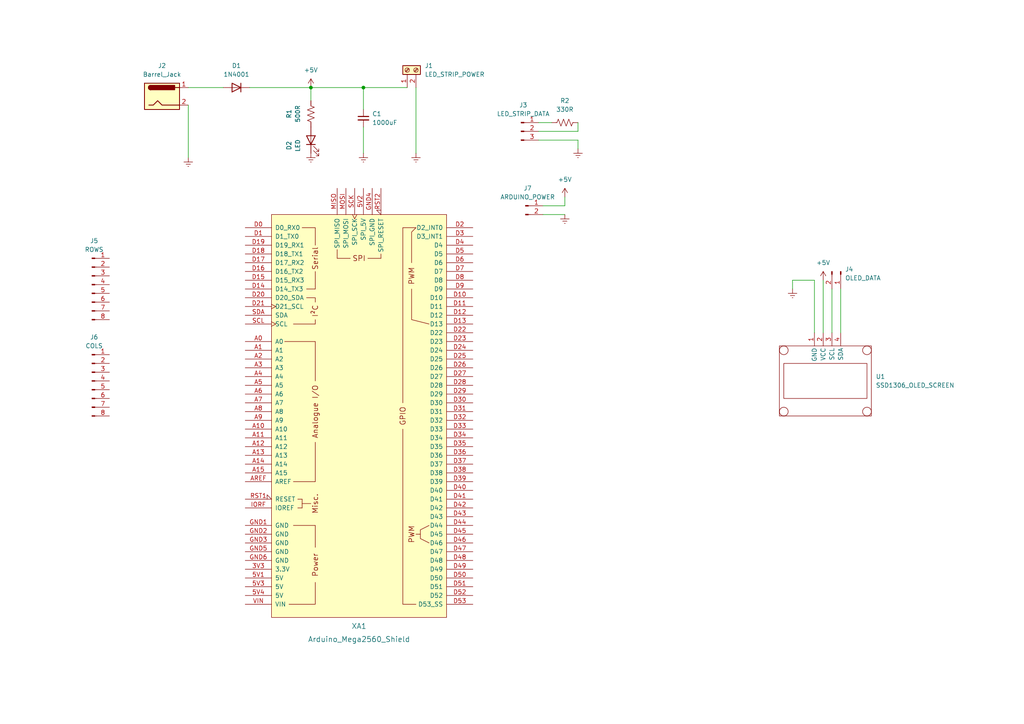
<source format=kicad_sch>
(kicad_sch (version 20211123) (generator eeschema)
  (paper "A4")
  (lib_symbols
    (symbol "Connector:Barrel_Jack" (pin_names (offset 1.016))
      (property "Reference" "J" (at 0 5.334 0))
      (property "Value" "Barrel_Jack" (at 0 -5.08 0))
      (symbol "Barrel_Jack_0_1"
        (rectangle (start -5.08 3.81) (end 5.08 -3.81) (stroke (width 0.254)) (fill (type background)))
        (arc (start -3.302 3.175) (mid -3.937 2.54) (end -3.302 1.905) (stroke (width 0.254)))
        (arc (start -3.302 3.175) (mid -3.937 2.54) (end -3.302 1.905) (stroke (width 0.254)) (fill (type outline)))
        (polyline (pts (xy 5.08 2.54) (xy 3.81 2.54)) (stroke (width 0.254)))
        (polyline (pts (xy -3.81 -2.54) (xy -2.54 -2.54) (xy -1.27 -1.27) (xy 0 -2.54) (xy 2.54 -2.54) (xy 5.08 -2.54)) (stroke (width 0.254)))
        (rectangle (start 3.683 3.175) (end -3.302 1.905) (stroke (width 0.254)) (fill (type outline)))
      )
      (symbol "Barrel_Jack_1_1"
        (pin passive line (at 7.62 2.54 180) (length 2.54) (name "~") (number "1"))
        (pin passive line (at 7.62 -2.54 180) (length 2.54) (name "~") (number "2"))
      )
    )
    (symbol "Connector:Conn_01x02_Male" (pin_names (offset 1.016) hide)
      (property "Reference" "J" (at 0 2.54 0))
      (property "Value" "Conn_01x02_Male" (at 0 -5.08 0))
      (symbol "Conn_01x02_Male_1_1"
        (polyline (pts (xy 1.27 -2.54) (xy 0.8636 -2.54)) (stroke (width 0.1524)))
        (polyline (pts (xy 1.27 0) (xy 0.8636 0)) (stroke (width 0.1524)))
        (rectangle (start 0.8636 -2.413) (end 0 -2.667) (stroke (width 0.1524)) (fill (type outline)))
        (rectangle (start 0.8636 0.127) (end 0 -0.127) (stroke (width 0.1524)) (fill (type outline)))
        (pin passive line (at 5.08 0 180) (length 3.81) (name "Pin_1") (number "1"))
        (pin passive line (at 5.08 -2.54 180) (length 3.81) (name "Pin_2") (number "2"))
      )
    )
    (symbol "Connector:Conn_01x03_Male" (pin_names (offset 1.016) hide)
      (property "Reference" "J" (at 0 5.08 0))
      (property "Value" "Conn_01x03_Male" (at 0 -5.08 0))
      (symbol "Conn_01x03_Male_1_1"
        (polyline (pts (xy 1.27 -2.54) (xy 0.8636 -2.54)) (stroke (width 0.1524)))
        (polyline (pts (xy 1.27 0) (xy 0.8636 0)) (stroke (width 0.1524)))
        (polyline (pts (xy 1.27 2.54) (xy 0.8636 2.54)) (stroke (width 0.1524)))
        (rectangle (start 0.8636 -2.413) (end 0 -2.667) (stroke (width 0.1524)) (fill (type outline)))
        (rectangle (start 0.8636 0.127) (end 0 -0.127) (stroke (width 0.1524)) (fill (type outline)))
        (rectangle (start 0.8636 2.667) (end 0 2.413) (stroke (width 0.1524)) (fill (type outline)))
        (pin passive line (at 5.08 2.54 180) (length 3.81) (name "Pin_1") (number "1"))
        (pin passive line (at 5.08 0 180) (length 3.81) (name "Pin_2") (number "2"))
        (pin passive line (at 5.08 -2.54 180) (length 3.81) (name "Pin_3") (number "3"))
      )
    )
    (symbol "Connector:Conn_01x08_Male" (pin_names (offset 1.016) hide)
      (property "Reference" "J" (at 0 10.16 0))
      (property "Value" "Conn_01x08_Male" (at 0 -12.7 0))
      (symbol "Conn_01x08_Male_1_1"
        (polyline (pts (xy 1.27 -10.16) (xy 0.8636 -10.16)) (stroke (width 0.1524)))
        (polyline (pts (xy 1.27 -7.62) (xy 0.8636 -7.62)) (stroke (width 0.1524)))
        (polyline (pts (xy 1.27 -5.08) (xy 0.8636 -5.08)) (stroke (width 0.1524)))
        (polyline (pts (xy 1.27 -2.54) (xy 0.8636 -2.54)) (stroke (width 0.1524)))
        (polyline (pts (xy 1.27 0) (xy 0.8636 0)) (stroke (width 0.1524)))
        (polyline (pts (xy 1.27 2.54) (xy 0.8636 2.54)) (stroke (width 0.1524)))
        (polyline (pts (xy 1.27 5.08) (xy 0.8636 5.08)) (stroke (width 0.1524)))
        (polyline (pts (xy 1.27 7.62) (xy 0.8636 7.62)) (stroke (width 0.1524)))
        (rectangle (start 0.8636 -10.033) (end 0 -10.287) (stroke (width 0.1524)) (fill (type outline)))
        (rectangle (start 0.8636 -7.493) (end 0 -7.747) (stroke (width 0.1524)) (fill (type outline)))
        (rectangle (start 0.8636 -4.953) (end 0 -5.207) (stroke (width 0.1524)) (fill (type outline)))
        (rectangle (start 0.8636 -2.413) (end 0 -2.667) (stroke (width 0.1524)) (fill (type outline)))
        (rectangle (start 0.8636 0.127) (end 0 -0.127) (stroke (width 0.1524)) (fill (type outline)))
        (rectangle (start 0.8636 2.667) (end 0 2.413) (stroke (width 0.1524)) (fill (type outline)))
        (rectangle (start 0.8636 5.207) (end 0 4.953) (stroke (width 0.1524)) (fill (type outline)))
        (rectangle (start 0.8636 7.747) (end 0 7.493) (stroke (width 0.1524)) (fill (type outline)))
        (pin passive line (at 5.08 7.62 180) (length 3.81) (name "Pin_1") (number "1"))
        (pin passive line (at 5.08 5.08 180) (length 3.81) (name "Pin_2") (number "2"))
        (pin passive line (at 5.08 2.54 180) (length 3.81) (name "Pin_3") (number "3"))
        (pin passive line (at 5.08 0 180) (length 3.81) (name "Pin_4") (number "4"))
        (pin passive line (at 5.08 -2.54 180) (length 3.81) (name "Pin_5") (number "5"))
        (pin passive line (at 5.08 -5.08 180) (length 3.81) (name "Pin_6") (number "6"))
        (pin passive line (at 5.08 -7.62 180) (length 3.81) (name "Pin_7") (number "7"))
        (pin passive line (at 5.08 -10.16 180) (length 3.81) (name "Pin_8") (number "8"))
      )
    )
    (symbol "Connector:Screw_Terminal_01x02" (pin_names (offset 1.016) hide)
      (property "Reference" "J" (at 0 2.54 0))
      (property "Value" "Screw_Terminal_01x02" (at 0 -5.08 0))
      (symbol "Screw_Terminal_01x02_1_1"
        (rectangle (start -1.27 1.27) (end 1.27 -3.81) (stroke (width 0.254)) (fill (type background)))
        (circle (center 0 -2.54) (radius 0.635) (stroke (width 0.1524)))
        (polyline (pts (xy -0.5334 -2.2098) (xy 0.3302 -3.048)) (stroke (width 0.1524)))
        (polyline (pts (xy -0.5334 0.3302) (xy 0.3302 -0.508)) (stroke (width 0.1524)))
        (polyline (pts (xy -0.3556 -2.032) (xy 0.508 -2.8702)) (stroke (width 0.1524)))
        (polyline (pts (xy -0.3556 0.508) (xy 0.508 -0.3302)) (stroke (width 0.1524)))
        (circle (center 0 0) (radius 0.635) (stroke (width 0.1524)))
        (pin passive line (at -5.08 0 0) (length 3.81) (name "Pin_1") (number "1"))
        (pin passive line (at -5.08 -2.54 0) (length 3.81) (name "Pin_2") (number "2"))
      )
    )
    (symbol "Device:C_Small" (pin_numbers hide) (pin_names (offset 0.254) hide)
      (property "Reference" "C" (at 0.254 1.778 0))
      (property "Value" "C_Small" (at 0.254 -2.032 0))
      (symbol "C_Small_0_1"
        (polyline (pts (xy -1.524 -0.508) (xy 1.524 -0.508)) (stroke (width 0.3302)))
        (polyline (pts (xy -1.524 0.508) (xy 1.524 0.508)) (stroke (width 0.3048)))
      )
      (symbol "C_Small_1_1"
        (pin passive line (at 0 2.54 270) (length 2.032) (name "~") (number "1"))
        (pin passive line (at 0 -2.54 90) (length 2.032) (name "~") (number "2"))
      )
    )
    (symbol "Device:LED" (pin_numbers hide) (pin_names (offset 1.016) hide)
      (property "Reference" "D" (at 0 2.54 0))
      (property "Value" "LED" (at 0 -2.54 0))
      (symbol "LED_0_1"
        (polyline (pts (xy -1.27 -1.27) (xy -1.27 1.27)) (stroke (width 0.254)))
        (polyline (pts (xy -1.27 0) (xy 1.27 0)))
        (polyline (pts (xy 1.27 -1.27) (xy 1.27 1.27) (xy -1.27 0) (xy 1.27 -1.27)) (stroke (width 0.254)))
        (polyline (pts (xy -3.048 -0.762) (xy -4.572 -2.286) (xy -3.81 -2.286) (xy -4.572 -2.286) (xy -4.572 -1.524)))
        (polyline (pts (xy -1.778 -0.762) (xy -3.302 -2.286) (xy -2.54 -2.286) (xy -3.302 -2.286) (xy -3.302 -1.524)))
      )
      (symbol "LED_1_1"
        (pin passive line (at -3.81 0 0) (length 2.54) (name "K") (number "1"))
        (pin passive line (at 3.81 0 180) (length 2.54) (name "A") (number "2"))
      )
    )
    (symbol "Device:R_US" (pin_numbers hide) (pin_names (offset 0))
      (property "Reference" "R" (at 2.54 0 90))
      (property "Value" "R_US" (at -2.54 0 90))
      (symbol "R_US_0_1"
        (polyline (pts (xy 0 -2.286) (xy 0 -2.54)))
        (polyline (pts (xy 0 2.286) (xy 0 2.54)))
        (polyline (pts (xy 0 -0.762) (xy 1.016 -1.143) (xy 0 -1.524) (xy -1.016 -1.905) (xy 0 -2.286)))
        (polyline (pts (xy 0 0.762) (xy 1.016 0.381) (xy 0 0) (xy -1.016 -0.381) (xy 0 -0.762)))
        (polyline (pts (xy 0 2.286) (xy 1.016 1.905) (xy 0 1.524) (xy -1.016 1.143) (xy 0 0.762)))
      )
      (symbol "R_US_1_1"
        (pin passive line (at 0 3.81 270) (length 1.27) (name "~") (number "1"))
        (pin passive line (at 0 -3.81 90) (length 1.27) (name "~") (number "2"))
      )
    )
    (symbol "Diode:1N4001" (pin_numbers hide) (pin_names (offset 1.016) hide)
      (property "Reference" "D" (at 0 2.54 0))
      (property "Value" "1N4001" (at 0 -2.54 0))
      (symbol "1N4001_0_1"
        (polyline (pts (xy -1.27 1.27) (xy -1.27 -1.27)) (stroke (width 0.254)))
        (polyline (pts (xy 1.27 0) (xy -1.27 0)))
        (polyline (pts (xy 1.27 1.27) (xy 1.27 -1.27) (xy -1.27 0) (xy 1.27 1.27)) (stroke (width 0.254)))
      )
      (symbol "1N4001_1_1"
        (pin passive line (at -3.81 0 0) (length 2.54) (name "K") (number "1"))
        (pin passive line (at 3.81 0 180) (length 2.54) (name "A") (number "2"))
      )
    )
    (symbol "arduino:Arduino_Mega2560_Shield" (pin_names (offset 1.016))
      (property "Reference" "XA" (at 2.54 0 90))
      (property "Value" "Arduino_Mega2560_Shield" (at -2.54 0 90))
      (symbol "Arduino_Mega2560_Shield_0_0"
        (rectangle (start -25.4 -58.42) (end 25.4 58.42) (fill (type background)))
        (rectangle (start -20.32 -54.61) (end -12.7 -54.61))
        (rectangle (start -19.05 -31.75) (end -12.7 -31.75))
        (rectangle (start -19.05 -19.05) (end -12.7 -19.05))
        (rectangle (start -19.05 26.67) (end -12.7 26.67))
        (rectangle (start -17.78 -26.67) (end -16.51 -26.67))
        (rectangle (start -17.78 -24.13) (end -16.51 -24.13))
        (rectangle (start -16.51 -25.4) (end -13.97 -25.4))
        (rectangle (start -16.51 -24.13) (end -16.51 -26.67))
        (rectangle (start -16.51 54.61) (end -12.7 54.61))
        (rectangle (start -15.24 34.29) (end -12.7 34.29))
        (rectangle (start -15.24 36.83) (end -12.7 36.83))
        (rectangle (start -12.7 -54.61) (end -12.7 -48.26))
        (rectangle (start -12.7 -31.75) (end -12.7 -38.1))
        (rectangle (start -12.7 26.67) (end -12.7 27.94))
        (rectangle (start -12.7 34.29) (end -12.7 33.02))
        (rectangle (start -12.7 41.91) (end -12.7 36.83))
        (rectangle (start -12.7 49.53) (end -12.7 54.61))
        (rectangle (start -6.35 48.26) (end -6.35 45.72))
        (rectangle (start -2.54 45.72) (end -6.35 45.72))
        (polyline (pts (xy -21.59 21.59) (xy -12.7 21.59)))
        (polyline (pts (xy -12.7 -19.05) (xy -12.7 -7.62)))
        (polyline (pts (xy -12.7 10.16) (xy -12.7 21.59)))
        (polyline (pts (xy 12.7 -54.61) (xy 16.51 -54.61)))
        (polyline (pts (xy 12.7 54.61) (xy 16.51 54.61)))
        (polyline (pts (xy 17.78 -34.29) (xy 16.51 -34.29)))
        (polyline (pts (xy 15.24 36.83) (xy 15.24 27.94) (xy 20.32 26.67)))
        (polyline (pts (xy 15.24 44.45) (xy 15.24 53.34) (xy 16.51 54.61)))
        (polyline (pts (xy 20.32 -31.75) (xy 17.78 -33.02) (xy 17.78 -35.56) (xy 20.32 -36.83)))
        (rectangle (start 6.35 45.72) (end 2.54 45.72))
        (rectangle (start 6.35 46.99) (end 6.35 45.72))
        (text "Analogue I/O" (at -12.7 1.27 900) (effects (font (size 1.524 1.524))))
        (text "I²C" (at -12.7 30.48 900) (effects (font (size 1.524 1.524))))
        (text "Misc." (at -12.7 -25.4 900) (effects (font (size 1.524 1.524))))
        (text "Power" (at -12.7 -43.18 900) (effects (font (size 1.524 1.524))))
        (text "PWM" (at 15.24 -34.29 900) (effects (font (size 1.524 1.524))))
        (text "PWM" (at 15.24 40.64 900) (effects (font (size 1.524 1.524))))
        (text "Serial" (at -12.7 45.72 900) (effects (font (size 1.524 1.524))))
        (text "SPI" (at 0 45.72 0) (effects (font (size 1.524 1.524))))
      )
      (symbol "Arduino_Mega2560_Shield_1_0"
        (rectangle (start 12.7 -54.61) (end 12.7 -3.81))
        (rectangle (start 12.7 54.61) (end 12.7 3.81))
        (text "GPIO" (at 12.7 0 900) (effects (font (size 1.524 1.524))))
      )
      (symbol "Arduino_Mega2560_Shield_1_1"
        (pin power_out line (at -33.02 -44.45 0) (length 7.62) (name "3.3V") (number "3V3"))
        (pin power_in line (at -33.02 -46.99 0) (length 7.62) (name "5V") (number "5V1"))
        (pin power_in line (at 1.27 66.04 270) (length 7.62) (name "SPI_5V") (number "5V2"))
        (pin power_in line (at -33.02 -49.53 0) (length 7.62) (name "5V") (number "5V3"))
        (pin power_in line (at -33.02 -52.07 0) (length 7.62) (name "5V") (number "5V4"))
        (pin bidirectional line (at -33.02 21.59 0) (length 7.62) (name "A0") (number "A0"))
        (pin bidirectional line (at -33.02 19.05 0) (length 7.62) (name "A1") (number "A1"))
        (pin bidirectional line (at -33.02 -3.81 0) (length 7.62) (name "A10") (number "A10"))
        (pin bidirectional line (at -33.02 -6.35 0) (length 7.62) (name "A11") (number "A11"))
        (pin bidirectional line (at -33.02 -8.89 0) (length 7.62) (name "A12") (number "A12"))
        (pin bidirectional line (at -33.02 -11.43 0) (length 7.62) (name "A13") (number "A13"))
        (pin bidirectional line (at -33.02 -13.97 0) (length 7.62) (name "A14") (number "A14"))
        (pin bidirectional line (at -33.02 -16.51 0) (length 7.62) (name "A15") (number "A15"))
        (pin bidirectional line (at -33.02 16.51 0) (length 7.62) (name "A2") (number "A2"))
        (pin bidirectional line (at -33.02 13.97 0) (length 7.62) (name "A3") (number "A3"))
        (pin bidirectional line (at -33.02 11.43 0) (length 7.62) (name "A4") (number "A4"))
        (pin bidirectional line (at -33.02 8.89 0) (length 7.62) (name "A5") (number "A5"))
        (pin bidirectional line (at -33.02 6.35 0) (length 7.62) (name "A6") (number "A6"))
        (pin bidirectional line (at -33.02 3.81 0) (length 7.62) (name "A7") (number "A7"))
        (pin bidirectional line (at -33.02 1.27 0) (length 7.62) (name "A8") (number "A8"))
        (pin bidirectional line (at -33.02 -1.27 0) (length 7.62) (name "A9") (number "A9"))
        (pin input line (at -33.02 -19.05 0) (length 7.62) (name "AREF") (number "AREF"))
        (pin bidirectional line (at -33.02 54.61 0) (length 7.62) (name "D0_RX0") (number "D0"))
        (pin bidirectional line (at -33.02 52.07 0) (length 7.62) (name "D1_TX0") (number "D1"))
        (pin bidirectional line (at 33.02 34.29 180) (length 7.62) (name "D10") (number "D10"))
        (pin bidirectional line (at 33.02 31.75 180) (length 7.62) (name "D11") (number "D11"))
        (pin bidirectional line (at 33.02 29.21 180) (length 7.62) (name "D12") (number "D12"))
        (pin bidirectional line (at 33.02 26.67 180) (length 7.62) (name "D13") (number "D13"))
        (pin bidirectional line (at -33.02 36.83 0) (length 7.62) (name "D14_TX3") (number "D14"))
        (pin bidirectional line (at -33.02 39.37 0) (length 7.62) (name "D15_RX3") (number "D15"))
        (pin bidirectional line (at -33.02 41.91 0) (length 7.62) (name "D16_TX2") (number "D16"))
        (pin bidirectional line (at -33.02 44.45 0) (length 7.62) (name "D17_RX2") (number "D17"))
        (pin bidirectional line (at -33.02 46.99 0) (length 7.62) (name "D18_TX1") (number "D18"))
        (pin bidirectional line (at -33.02 49.53 0) (length 7.62) (name "D19_RX1") (number "D19"))
        (pin bidirectional line (at 33.02 54.61 180) (length 7.62) (name "D2_INT0") (number "D2"))
        (pin bidirectional line (at -33.02 34.29 0) (length 7.62) (name "D20_SDA") (number "D20"))
        (pin bidirectional clock (at -33.02 31.75 0) (length 7.62) (name "D21_SCL") (number "D21"))
        (pin bidirectional line (at 33.02 24.13 180) (length 7.62) (name "D22") (number "D22"))
        (pin bidirectional line (at 33.02 21.59 180) (length 7.62) (name "D23") (number "D23"))
        (pin bidirectional line (at 33.02 19.05 180) (length 7.62) (name "D24") (number "D24"))
        (pin bidirectional line (at 33.02 16.51 180) (length 7.62) (name "D25") (number "D25"))
        (pin bidirectional line (at 33.02 13.97 180) (length 7.62) (name "D26") (number "D26"))
        (pin bidirectional line (at 33.02 11.43 180) (length 7.62) (name "D27") (number "D27"))
        (pin bidirectional line (at 33.02 8.89 180) (length 7.62) (name "D28") (number "D28"))
        (pin bidirectional line (at 33.02 6.35 180) (length 7.62) (name "D29") (number "D29"))
        (pin bidirectional line (at 33.02 52.07 180) (length 7.62) (name "D3_INT1") (number "D3"))
        (pin bidirectional line (at 33.02 3.81 180) (length 7.62) (name "D30") (number "D30"))
        (pin bidirectional line (at 33.02 1.27 180) (length 7.62) (name "D31") (number "D31"))
        (pin bidirectional line (at 33.02 -1.27 180) (length 7.62) (name "D32") (number "D32"))
        (pin bidirectional line (at 33.02 -3.81 180) (length 7.62) (name "D33") (number "D33"))
        (pin bidirectional line (at 33.02 -6.35 180) (length 7.62) (name "D34") (number "D34"))
        (pin bidirectional line (at 33.02 -8.89 180) (length 7.62) (name "D35") (number "D35"))
        (pin bidirectional line (at 33.02 -11.43 180) (length 7.62) (name "D36") (number "D36"))
        (pin bidirectional line (at 33.02 -13.97 180) (length 7.62) (name "D37") (number "D37"))
        (pin bidirectional line (at 33.02 -16.51 180) (length 7.62) (name "D38") (number "D38"))
        (pin bidirectional line (at 33.02 -19.05 180) (length 7.62) (name "D39") (number "D39"))
        (pin bidirectional line (at 33.02 49.53 180) (length 7.62) (name "D4") (number "D4"))
        (pin bidirectional line (at 33.02 -21.59 180) (length 7.62) (name "D40") (number "D40"))
        (pin bidirectional line (at 33.02 -24.13 180) (length 7.62) (name "D41") (number "D41"))
        (pin bidirectional line (at 33.02 -26.67 180) (length 7.62) (name "D42") (number "D42"))
        (pin bidirectional line (at 33.02 -29.21 180) (length 7.62) (name "D43") (number "D43"))
        (pin bidirectional line (at 33.02 -31.75 180) (length 7.62) (name "D44") (number "D44"))
        (pin bidirectional line (at 33.02 -34.29 180) (length 7.62) (name "D45") (number "D45"))
        (pin bidirectional line (at 33.02 -36.83 180) (length 7.62) (name "D46") (number "D46"))
        (pin bidirectional line (at 33.02 -39.37 180) (length 7.62) (name "D47") (number "D47"))
        (pin bidirectional line (at 33.02 -41.91 180) (length 7.62) (name "D48") (number "D48"))
        (pin bidirectional line (at 33.02 -44.45 180) (length 7.62) (name "D49") (number "D49"))
        (pin bidirectional line (at 33.02 46.99 180) (length 7.62) (name "D5") (number "D5"))
        (pin bidirectional line (at 33.02 -46.99 180) (length 7.62) (name "D50") (number "D50"))
        (pin bidirectional line (at 33.02 -49.53 180) (length 7.62) (name "D51") (number "D51"))
        (pin bidirectional line (at 33.02 -52.07 180) (length 7.62) (name "D52") (number "D52"))
        (pin bidirectional line (at 33.02 -54.61 180) (length 7.62) (name "D53_SS") (number "D53"))
        (pin bidirectional line (at 33.02 44.45 180) (length 7.62) (name "D6") (number "D6"))
        (pin bidirectional line (at 33.02 41.91 180) (length 7.62) (name "D7") (number "D7"))
        (pin bidirectional line (at 33.02 39.37 180) (length 7.62) (name "D8") (number "D8"))
        (pin bidirectional line (at 33.02 36.83 180) (length 7.62) (name "D9") (number "D9"))
        (pin power_in line (at -33.02 -31.75 0) (length 7.62) (name "GND") (number "GND1"))
        (pin power_in line (at -33.02 -34.29 0) (length 7.62) (name "GND") (number "GND2"))
        (pin power_in line (at -33.02 -36.83 0) (length 7.62) (name "GND") (number "GND3"))
        (pin power_in line (at 3.81 66.04 270) (length 7.62) (name "SPI_GND") (number "GND4"))
        (pin power_in line (at -33.02 -39.37 0) (length 7.62) (name "GND") (number "GND5"))
        (pin power_in line (at -33.02 -41.91 0) (length 7.62) (name "GND") (number "GND6"))
        (pin output line (at -33.02 -26.67 0) (length 7.62) (name "IOREF") (number "IORF"))
        (pin input line (at -6.35 66.04 270) (length 7.62) (name "SPI_MISO") (number "MISO"))
        (pin output line (at -3.81 66.04 270) (length 7.62) (name "SPI_MOSI") (number "MOSI"))
        (pin open_collector input_low (at -33.02 -24.13 0) (length 7.62) (name "RESET") (number "RST1"))
        (pin open_collector input_low (at 6.35 66.04 270) (length 7.62) (name "SPI_RESET") (number "RST2"))
        (pin output clock (at -1.27 66.04 270) (length 7.62) (name "SPI_SCK") (number "SCK"))
        (pin bidirectional clock (at -33.02 26.67 0) (length 7.62) (name "SCL") (number "SCL"))
        (pin bidirectional line (at -33.02 29.21 0) (length 7.62) (name "SDA") (number "SDA"))
        (pin power_in line (at -33.02 -54.61 0) (length 7.62) (name "VIN") (number "VIN"))
      )
    )
    (symbol "modules:SSD1306_OLED_SCREEN"
      (property "Reference" "U" (at 12.7 -21.59 0))
      (property "Value" "SSD1306_OLED_SCREEN" (at 13.97 -24.13 0))
      (symbol "SSD1306_OLED_SCREEN_0_1"
        (rectangle (start 0 0) (end 26.67 -20.32))
        (circle (center 1.27 -19.05) (radius 1.27))
        (rectangle (start 1.27 -5.08) (end 25.4 -15.24))
        (circle (center 1.27 -1.27) (radius 1.27))
        (circle (center 25.4 -19.05) (radius 1.27))
        (circle (center 25.4 -1.27) (radius 1.27))
      )
      (symbol "SSD1306_OLED_SCREEN_1_1"
        (pin passive line (at 10.16 3.81 270) (length 3.81) (name "GND") (number "1"))
        (pin passive line (at 12.7 3.81 270) (length 3.81) (name "VCC") (number "2"))
        (pin passive line (at 15.24 3.81 270) (length 3.81) (name "SCL") (number "3"))
        (pin passive line (at 17.78 3.81 270) (length 3.81) (name "SDA") (number "4"))
      )
    )
    (symbol "power:+5V" (power) (pin_names (offset 0))
      (property "Value" "+5V" (at 0 3.556 0))
      (symbol "+5V_0_1"
        (polyline (pts (xy -0.762 1.27) (xy 0 2.54)))
        (polyline (pts (xy 0 0) (xy 0 2.54)))
        (polyline (pts (xy 0 2.54) (xy 0.762 1.27)))
      )
      (symbol "+5V_1_1"
        (pin power_in line (at 0 0 90) (length 0) hide (name "+5V") (number "1"))
      )
    )
    (symbol "power:Earth" (power) (pin_names (offset 0))
      (symbol "Earth_0_1"
        (polyline (pts (xy -0.635 -1.905) (xy 0.635 -1.905)))
        (polyline (pts (xy -0.127 -2.54) (xy 0.127 -2.54)))
        (polyline (pts (xy 0 -1.27) (xy 0 0)))
        (polyline (pts (xy 1.27 -1.27) (xy -1.27 -1.27)))
      )
      (symbol "Earth_1_1"
        (pin power_in line (at 0 0 270) (length 0) hide (name "Earth") (number "1"))
      )
    )
  )
  (junction (at 105.41 25.4))
  (junction (at 90.17 25.4))
  (wire (pts (xy 241.3 83.82) (xy 241.3 96.52)))
  (wire (pts (xy 163.83 59.69) (xy 157.48 59.69)))
  (wire (pts (xy 120.65 25.4) (xy 120.65 44.45)))
  (wire (pts (xy 105.41 25.4) (xy 105.41 31.75)))
  (wire (pts (xy 163.83 57.15) (xy 163.83 59.69)))
  (wire (pts (xy 54.61 30.48) (xy 54.61 45.72)))
  (wire (pts (xy 54.61 25.4) (xy 64.77 25.4)))
  (wire (pts (xy 167.64 43.18) (xy 167.64 40.64)))
  (wire (pts (xy 229.87 81.28) (xy 236.22 81.28)))
  (wire (pts (xy 90.17 25.4) (xy 105.41 25.4)))
  (wire (pts (xy 236.22 81.28) (xy 236.22 96.52)))
  (wire (pts (xy 243.84 83.82) (xy 243.84 96.52)))
  (wire (pts (xy 90.17 25.4) (xy 90.17 29.21)))
  (wire (pts (xy 105.41 25.4) (xy 118.11 25.4)))
  (wire (pts (xy 229.87 83.82) (xy 229.87 81.28)))
  (wire (pts (xy 157.48 62.23) (xy 163.83 62.23)))
  (wire (pts (xy 105.41 36.83) (xy 105.41 44.45)))
  (wire (pts (xy 156.21 35.56) (xy 160.02 35.56)))
  (wire (pts (xy 167.64 38.1) (xy 156.21 38.1)))
  (wire (pts (xy 72.39 25.4) (xy 90.17 25.4)))
  (wire (pts (xy 167.64 40.64) (xy 156.21 40.64)))
  (wire (pts (xy 167.64 35.56) (xy 167.64 38.1)))
  (wire (pts (xy 238.76 81.28) (xy 238.76 96.52)))
  (symbol (lib_id "power:+5V") (at 163.83 57.15 0) (unit 1)
    (property "Reference" "#PWR02" (effects hide))
    (property "Value" "+5V" (at 163.83 52.07 0))
  )
  (symbol (lib_id "arduino:Arduino_Mega2560_Shield") (at 104.14 120.65 0) (unit 1)
    (property "Reference" "XA1" (at 104.14 181.61 0) (effects (font (size 1.524 1.524))))
    (property "Value" "Arduino_Mega2560_Shield" (at 104.14 185.42 0) (effects (font (size 1.524 1.524))))
    (property "Footprint" "Arduino:Arduino_Mega2560_Shield" (effects hide))
    (property "Datasheet" "https://docs.arduino.cc/hardware/mega-2560" (effects hide))
  )
  (symbol (lib_id "modules:SSD1306_OLED_SCREEN") (at 226.06 100.33 0) (unit 1)
    (property "Reference" "U1" (at 254 109.2199 0) (effects (justify left)))
    (property "Value" "SSD1306_OLED_SCREEN" (at 254 111.7599 0) (effects (justify left)))
    (property "Footprint" "custom-footprints:SSD1306_OLED_SCREEN" (effects hide))
  )
  (symbol (lib_id "Diode:1N4001") (at 68.58 25.4 180) (unit 1)
    (property "Reference" "D1" (at 68.58 19.05 0))
    (property "Value" "1N4001" (at 68.58 21.59 0))
    (property "Footprint" "Diode_THT:D_DO-41_SOD81_P10.16mm_Horizontal" (effects hide))
    (property "Datasheet" "http://www.vishay.com/docs/88503/1n4001.pdf" (effects hide))
  )
  (symbol (lib_id "power:+5V") (at 90.17 25.4 0) (unit 1)
    (property "Reference" "#PWR0101" (effects hide))
    (property "Value" "+5V" (at 90.17 20.32 0))
  )
  (symbol (lib_id "Connector:Conn_01x08_Male") (at 26.67 110.49 0) (unit 1)
    (property "Reference" "J6" (at 27.305 97.79 0))
    (property "Value" "COLS" (at 27.305 100.33 0))
    (property "Footprint" "Connector_PinHeader_2.54mm:PinHeader_1x08_P2.54mm_Vertical" (effects hide))
  )
  (symbol (lib_id "power:Earth") (at 167.64 43.18 0) (unit 1)
    (property "Reference" "#PWR01" (effects hide))
    (property "Value" "Earth" (effects hide))
  )
  (symbol (lib_id "power:+5V") (at 238.76 81.28 0) (unit 1)
    (property "Reference" "#PWR0107" (effects hide))
    (property "Value" "+5V" (at 238.76 76.2 0))
  )
  (symbol (lib_id "power:Earth") (at 120.65 44.45 0) (unit 1)
    (property "Reference" "#PWR0105" (effects hide))
    (property "Value" "Earth" (effects hide))
  )
  (symbol (lib_id "power:Earth") (at 105.41 44.45 0) (unit 1)
    (property "Reference" "#PWR0104" (effects hide))
    (property "Value" "Earth" (effects hide))
  )
  (symbol (lib_id "Device:C_Small") (at 105.41 34.29 0) (unit 1)
    (property "Reference" "C1" (at 107.95 33.0262 0) (effects (justify left)))
    (property "Value" "1000uF" (at 107.95 35.5662 0) (effects (justify left)))
    (property "Footprint" "Capacitor_THT:CP_Radial_D8.0mm_P3.50mm" (effects hide))
  )
  (symbol (lib_id "Connector:Conn_01x02_Male") (at 243.84 78.74 270) (unit 1)
    (property "Reference" "J4" (at 245.11 78.1049 90) (effects (justify left)))
    (property "Value" "OLED_DATA" (at 245.11 80.6449 90) (effects (justify left)))
    (property "Footprint" "Connector_PinHeader_2.54mm:PinHeader_1x02_P2.54mm_Vertical" (effects hide))
  )
  (symbol (lib_id "Connector:Screw_Terminal_01x02") (at 118.11 20.32 90) (unit 1)
    (property "Reference" "J1" (at 123.19 19.0499 90) (effects (justify right)))
    (property "Value" "LED_STRIP_POWER" (at 123.19 21.5899 90) (effects (justify right)))
    (property "Footprint" "TerminalBlock:TerminalBlock_bornier-2_P5.08mm" (effects hide))
  )
  (symbol (lib_id "power:Earth") (at 163.83 62.23 0) (unit 1)
    (property "Reference" "#PWR03" (effects hide))
    (property "Value" "Earth" (effects hide))
  )
  (symbol (lib_id "power:Earth") (at 229.87 83.82 0) (unit 1)
    (property "Reference" "#PWR0106" (effects hide))
    (property "Value" "Earth" (effects hide))
  )
  (symbol (lib_id "Device:R_US") (at 90.17 33.02 180) (unit 1)
    (property "Reference" "R1" (at 83.82 33.02 90))
    (property "Value" "500R" (at 86.36 33.02 90))
    (property "Footprint" "Resistor_THT:R_Axial_DIN0204_L3.6mm_D1.6mm_P7.62mm_Horizontal" (effects hide))
  )
  (symbol (lib_id "Connector:Conn_01x08_Male") (at 26.67 82.55 0) (unit 1)
    (property "Reference" "J5" (at 27.305 69.85 0))
    (property "Value" "ROWS" (at 27.305 72.39 0))
    (property "Footprint" "Connector_PinHeader_2.54mm:PinHeader_1x08_P2.54mm_Vertical" (effects hide))
  )
  (symbol (lib_id "power:Earth") (at 54.61 45.72 0) (unit 1)
    (property "Reference" "#PWR0103" (effects hide))
    (property "Value" "Earth" (effects hide))
  )
  (symbol (lib_id "Device:R_US") (at 163.83 35.56 90) (unit 1)
    (property "Reference" "R2" (at 163.83 29.21 90))
    (property "Value" "330R" (at 163.83 31.75 90))
    (property "Footprint" "Resistor_THT:R_Axial_DIN0204_L3.6mm_D1.6mm_P7.62mm_Horizontal" (effects hide))
  )
  (symbol (lib_id "Device:LED") (at 90.17 40.64 90) (unit 1)
    (property "Reference" "D2" (at 83.82 42.2275 0))
    (property "Value" "LED" (at 86.36 42.2275 0))
    (property "Footprint" "LED_THT:LED_D4.0mm" (effects hide))
  )
  (symbol (lib_id "power:Earth") (at 90.17 44.45 0) (unit 1)
    (property "Reference" "#PWR0102" (effects hide))
    (property "Value" "Earth" (effects hide))
  )
  (symbol (lib_id "Connector:Conn_01x03_Male") (at 151.13 38.1 0) (unit 1)
    (property "Reference" "J3" (at 151.765 30.48 0))
    (property "Value" "LED_STRIP_DATA" (at 151.765 33.02 0))
    (property "Footprint" "Connector_PinHeader_2.54mm:PinHeader_1x03_P2.54mm_Vertical" (effects hide))
  )
  (symbol (lib_id "Connector:Barrel_Jack") (at 46.99 27.94 0) (unit 1)
    (property "Reference" "J2" (at 46.99 19.05 0))
    (property "Value" "Barrel_Jack" (at 46.99 21.59 0))
    (property "Footprint" "Connector_BarrelJack:BarrelJack_Wuerth_6941xx301002" (effects hide))
  )
  (symbol (lib_id "Connector:Conn_01x02_Male") (at 152.4 59.69 0) (unit 1)
    (property "Reference" "J7" (at 153.035 54.61 0))
    (property "Value" "ARDUINO_POWER" (at 153.035 57.15 0))
    (property "Footprint" "Connector_PinHeader_2.54mm:PinHeader_1x02_P2.54mm_Vertical" (effects hide))
  )
)
</source>
